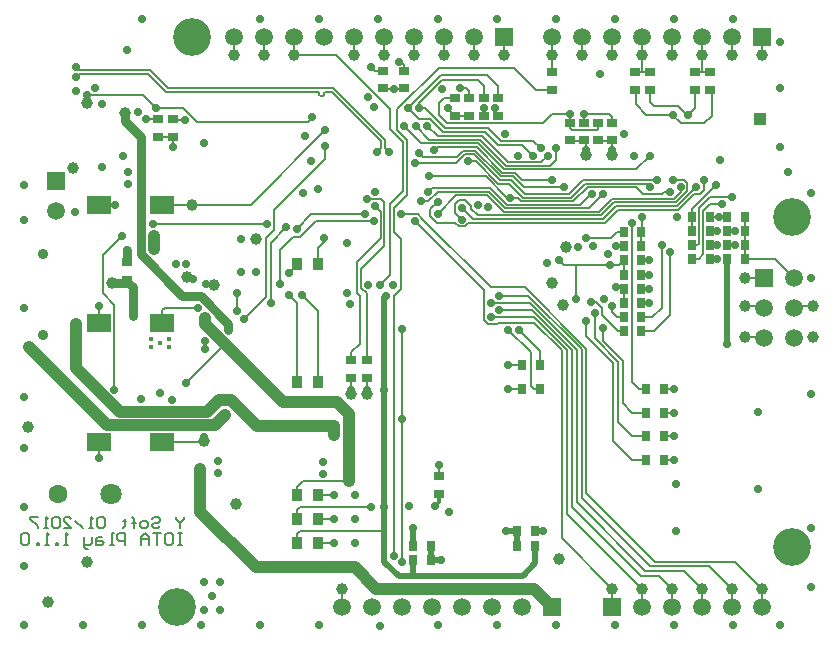
<source format=gbl>
G04 Layer_Physical_Order=4*
G04 Layer_Color=255*
%FSLAX25Y25*%
%MOIN*%
G70*
G01*
G75*
%ADD10C,0.00591*%
%ADD11R,0.02559X0.03347*%
%ADD12R,0.03347X0.02559*%
%ADD36C,0.03937*%
%ADD57C,0.00787*%
%ADD58C,0.01181*%
%ADD59C,0.02953*%
%ADD60C,0.01968*%
%ADD61C,0.03937*%
%ADD62C,0.12598*%
%ADD63C,0.03543*%
%ADD64C,0.07087*%
%ADD65C,0.06299*%
%ADD66C,0.05905*%
%ADD67R,0.05905X0.05905*%
%ADD68R,0.05905X0.05905*%
%ADD69C,0.02756*%
%ADD70C,0.01575*%
%ADD78R,0.03347X0.04331*%
%ADD79R,0.03937X0.03937*%
%ADD80R,0.07874X0.06299*%
D10*
X119685Y190157D02*
X121063Y188779D01*
X123622D01*
X130709D02*
Y190551D01*
X129528Y191732D02*
X130709Y190551D01*
X128740Y191732D02*
X129528D01*
X142074Y189764D02*
X167323D01*
X128248Y168996D02*
Y175938D01*
X142074Y189764D01*
X143255Y185827D02*
X155118D01*
X135433Y176378D02*
Y178005D01*
X143255Y185827D01*
X142913Y187402D02*
X158268D01*
X131889Y176378D02*
X142913Y187402D01*
X155118Y185827D02*
X157087Y183858D01*
X137598Y176378D02*
X144291Y169685D01*
X135433Y176378D02*
X137598D01*
X131889Y176378D02*
X135432Y172835D01*
X244291Y130709D02*
Y135433D01*
X103937Y131693D02*
Y133071D01*
X103937Y131693D02*
X103937Y131693D01*
X103937Y131693D02*
X103937Y131693D01*
X190551Y171457D02*
Y174409D01*
X185827Y169685D02*
Y171457D01*
Y174409D01*
X198819D02*
X200000Y173228D01*
X190551Y174409D02*
X198819D01*
X200000Y172244D02*
Y173228D01*
X195276Y169291D02*
Y172244D01*
X194882Y168898D02*
X195276Y169291D01*
X186614Y168898D02*
X194882D01*
X185827Y169685D02*
X186614Y168898D01*
X200000Y162205D02*
Y165354D01*
X196260D02*
X200000D01*
X195276Y166339D02*
X196260Y165354D01*
X186713Y165453D02*
X191437D01*
X185827Y166339D02*
X186713Y165453D01*
X191339Y162205D02*
Y165354D01*
X191437Y165453D01*
X169980Y152461D02*
X179921D01*
X167717Y154724D02*
X169980Y152461D01*
X163386Y154724D02*
X167717D01*
X130315Y148819D02*
Y164961D01*
X125984Y169291D02*
X130315Y164961D01*
X125984Y169291D02*
Y175984D01*
Y144488D02*
X130315Y148819D01*
X128248Y168996D02*
X131496Y165748D01*
Y147244D02*
Y165748D01*
X127165Y142913D02*
X131496Y147244D01*
X104331Y159449D02*
Y163779D01*
X87303Y142421D02*
X104331Y159449D01*
X87303Y135728D02*
Y142421D01*
X79528Y144095D02*
X104331Y168898D01*
X59842Y144095D02*
X79528D01*
X170472Y150000D02*
X183760D01*
X166929Y153543D02*
X170472Y150000D01*
X162897Y153543D02*
X166929D01*
X170866Y147638D02*
X185433D01*
X166142Y152362D02*
X170866Y147638D01*
X162407Y152362D02*
X166142D01*
X165450Y151181D02*
X170174Y146457D01*
X161918Y151181D02*
X165450D01*
X170174Y146457D02*
X186221D01*
X169685Y145276D02*
X187008D01*
X168504Y146457D02*
X169685Y145276D01*
X165748Y146457D02*
X168504D01*
X94980Y50098D02*
X96850Y51968D01*
X112205D01*
X94980Y47244D02*
Y50098D01*
X96063Y43307D02*
X119685D01*
X94980Y42224D02*
X96063Y43307D01*
X94980Y39370D02*
Y42224D01*
X96063Y35433D02*
X124016D01*
X94980Y34350D02*
X96063Y35433D01*
X94980Y31496D02*
Y34350D01*
X129921Y72835D02*
Y102756D01*
Y25276D02*
Y72835D01*
X118110Y82284D02*
Y86339D01*
X112992Y82284D02*
Y86417D01*
X114961Y125197D02*
X122835Y133071D01*
X112992Y92323D02*
Y94882D01*
X115748Y97638D01*
Y113779D01*
X114961Y114567D02*
X115748Y113779D01*
X114961Y114567D02*
Y125197D01*
X116240Y122539D02*
X124016Y130315D01*
X118110Y92244D02*
Y114567D01*
X116240Y116437D02*
X118110Y114567D01*
X116240Y116437D02*
Y122539D01*
X124016Y130315D02*
Y144882D01*
X122835Y146063D02*
X124016Y144882D01*
X118110Y146063D02*
X122835D01*
Y133071D02*
Y141732D01*
X120866Y143701D02*
X122835Y141732D01*
X101870Y129626D02*
X103937Y131693D01*
X101870Y124409D02*
Y129626D01*
X99675Y140945D02*
X117717D01*
X94882Y136152D02*
X99675Y140945D01*
X209646Y135039D02*
X209842Y135236D01*
Y140157D01*
X209646Y130315D02*
Y135039D01*
X210236Y147638D02*
X216535D01*
X207874Y150000D02*
X210236Y147638D01*
X191732Y150000D02*
X207874D01*
X217323Y148425D02*
X219291D01*
X216535Y147638D02*
X217323Y148425D01*
X211417Y151181D02*
X212598Y150000D01*
X190945Y151181D02*
X211417D01*
X220177Y152461D02*
X223917D01*
X225000Y151378D01*
X190256Y152461D02*
X215059D01*
X226476Y148622D02*
X227854Y150000D01*
X229134Y147638D02*
X230413Y148917D01*
X227165Y147638D02*
X229134D01*
X222047Y142520D02*
X227165Y147638D01*
X222736Y148327D02*
Y150000D01*
X221069Y144882D02*
X225000Y148813D01*
Y151378D01*
X226476Y148619D02*
Y148622D01*
X221558Y143701D02*
X226476Y148619D01*
X186221Y146457D02*
X190945Y151181D01*
X187008Y145276D02*
X191732Y150000D01*
X192126Y142913D02*
X196850Y147638D01*
X192913D02*
X193307D01*
X200000Y146063D02*
X220472D01*
X200489Y144882D02*
X221069D01*
X201181Y143701D02*
X221558D01*
X201969Y142520D02*
X222047D01*
X220472Y146063D02*
X222736Y148327D01*
X102362Y180709D02*
Y181378D01*
Y180709D02*
X102756Y180315D01*
X101969Y181772D02*
X102362Y181378D01*
X102756Y180315D02*
X103543D01*
X103937Y181378D02*
X104331Y181772D01*
X103543Y180315D02*
X103937Y180709D01*
Y181378D01*
X104331Y181772D02*
X106417D01*
X51299D02*
X101969D01*
X96063Y133465D02*
X101181Y138583D01*
X93701Y133465D02*
X96063D01*
X101181Y138583D02*
X120472D01*
X129528Y140945D02*
X135091D01*
X136516Y139520D01*
Y139469D02*
X159449Y116535D01*
X136516Y139469D02*
Y139520D01*
X159449Y116535D02*
X170854D01*
X141483Y138189D02*
X147586D01*
X139370Y140302D02*
X141483Y138189D01*
X139370Y140302D02*
Y142717D01*
X147586Y138189D02*
X148865Y136909D01*
X164961Y146457D02*
X165748D01*
X163779Y141732D02*
X195669D01*
X158268Y147244D02*
X163779Y141732D01*
X164269Y142913D02*
X192126D01*
X164758Y144095D02*
X189370D01*
X159246Y149606D02*
X164758Y144095D01*
X158757Y149606D02*
X159246D01*
X158757Y149606D02*
X158757Y149606D01*
X139764Y149606D02*
X158757D01*
Y148425D02*
X164269Y142913D01*
X158268Y148425D02*
X158757D01*
X158268Y148425D02*
X158268Y148425D01*
X141784Y148425D02*
X158268D01*
X147835Y147244D02*
X158268D01*
X157874Y153543D02*
X164961Y146457D01*
X154438Y158661D02*
X161918Y151181D01*
X153844Y160925D02*
X162407Y152362D01*
X154334Y162106D02*
X162897Y153543D01*
X154823Y163287D02*
X163386Y154724D01*
X155214Y164567D02*
X163875Y155905D01*
X207874D01*
X155905Y165748D02*
X164567Y157087D01*
X179134D01*
X138976Y153543D02*
X157874D01*
X151969Y158661D02*
X154438D01*
X151031Y160925D02*
X153844D01*
X150295Y162106D02*
X154334D01*
X141634Y163287D02*
X154823D01*
X136221Y164567D02*
X155214D01*
X138976Y165748D02*
X155905D01*
X165354Y158268D02*
X176378D01*
X156693Y166929D02*
X165354Y158268D01*
X141732Y166929D02*
X156693D01*
X53445Y163484D02*
X53543Y163386D01*
X53445Y163484D02*
Y166634D01*
X89370Y129134D02*
X93701Y133465D01*
X89370Y117717D02*
Y129134D01*
X86221Y111417D02*
Y131496D01*
X84646Y113386D02*
Y133071D01*
X77165Y105905D02*
X84646Y113386D01*
X86221Y131496D02*
X91338Y136614D01*
X84646Y133071D02*
X87303Y135728D01*
X92126Y121260D02*
X94980Y124114D01*
Y124409D01*
X101969Y86122D02*
Y108661D01*
X96457Y114173D02*
X101969Y108661D01*
Y86122D02*
X103051Y85039D01*
X140551Y162204D02*
X141634Y163287D01*
X136910Y159941D02*
X148130D01*
X135433Y161417D02*
X136910Y159941D01*
X148130D02*
X150295Y162106D01*
X134252Y157874D02*
X148031D01*
X149705Y159547D01*
X134449Y170276D02*
X138976Y165748D01*
X138386Y170276D02*
X141732Y166929D01*
X143701Y168504D02*
X157480D01*
X139370Y172835D02*
X143701Y168504D01*
X144291Y169685D02*
X158661D01*
X130512Y170276D02*
X136221Y164567D01*
X51837Y183071D02*
X106956D01*
X111929Y178097D01*
X21298Y190120D02*
X22382Y189035D01*
X45873D01*
X21298Y190120D02*
X21298D01*
X45873Y189035D02*
X51837Y183071D01*
X22382Y187736D02*
X45335D01*
X51299Y181772D01*
X21260Y186614D02*
X22382Y187736D01*
X111929Y178097D02*
X124272Y165755D01*
Y163130D02*
Y165755D01*
X106417Y181772D02*
X122972Y165217D01*
Y163130D02*
Y165217D01*
X124272Y163130D02*
X125591Y161811D01*
X121653D02*
X122972Y163130D01*
X147539Y141437D02*
X149803Y139173D01*
X173721Y165354D02*
X176083Y162992D01*
X169882Y164173D02*
X173524Y160531D01*
X230413Y148917D02*
Y152461D01*
X207874Y155905D02*
X212500Y160531D01*
X157480Y168504D02*
X161811Y164173D01*
X169882D01*
X162992Y165354D02*
X173721D01*
X181201Y159153D02*
Y162992D01*
X179134Y157087D02*
X181201Y159153D01*
X176378Y158268D02*
X178642Y160531D01*
X152020Y138189D02*
X197638D01*
X150741Y136909D02*
X152020Y138189D01*
X148865Y136909D02*
X150741D01*
X197638Y138189D02*
X201969Y142520D01*
X196850Y139370D02*
X201181Y143701D01*
X153543Y139370D02*
X196850D01*
X149803Y143110D02*
X153543Y139370D01*
X196159Y140551D02*
X200489Y144882D01*
X155118Y140551D02*
X196159D01*
X152854Y142815D02*
X155118Y140551D01*
X195669Y141732D02*
X200000Y146063D01*
X189370Y144095D02*
X192913Y147638D01*
X185433D02*
X190256Y152461D01*
X260551Y109803D02*
X260984Y110236D01*
X266929D01*
X250354Y100000D02*
X250551Y99803D01*
X244094Y100000D02*
X250354D01*
X250118Y110236D02*
X250551Y109803D01*
X244094Y110236D02*
X250118D01*
X250433Y119685D02*
X250551Y119803D01*
X244094Y119685D02*
X250433D01*
X129921Y25276D02*
X130000Y25197D01*
X187795Y112599D02*
X187795Y112599D01*
X127118Y113732D02*
X129528Y116142D01*
X127118Y27118D02*
Y113732D01*
X158661Y169685D02*
X162992Y165354D01*
X48031Y176378D02*
X56744D01*
X61469Y171653D01*
X98425D01*
X53544Y172441D02*
X57480D01*
X53445Y172539D02*
X53544Y172441D01*
X98425Y171653D02*
X100000Y173228D01*
X74803Y108661D02*
Y114567D01*
X129921Y102756D02*
X130000Y102677D01*
X192913Y111811D02*
X194488D01*
X196457Y109843D01*
X200000Y108268D02*
Y110236D01*
X196457Y107480D02*
Y109843D01*
Y107480D02*
X201969Y101969D01*
X187795Y124016D02*
X199213D01*
X183858D02*
X187795D01*
Y112599D02*
Y124016D01*
X182283Y125591D02*
X183858Y124016D01*
X62205Y64961D02*
X63779Y66535D01*
X254370Y125984D02*
X260551Y119803D01*
X244291Y125984D02*
X254370D01*
X244291Y135433D02*
Y140157D01*
Y125984D02*
Y130709D01*
X201181Y130315D02*
X203740D01*
X201181Y130315D02*
X201181Y130315D01*
X216535Y109843D02*
Y130709D01*
X213386Y106693D02*
X216535Y109843D01*
X157087Y105854D02*
Y115748D01*
X134252Y138583D02*
X157087Y115748D01*
X209646Y101969D02*
X213779D01*
X209646Y106693D02*
X213386D01*
X191338Y133071D02*
X199606D01*
X201575Y135039D01*
X203740D01*
X122441Y117323D02*
X125984Y120866D01*
Y144488D01*
X129528Y116142D02*
Y132677D01*
X127165Y135039D02*
X129528Y132677D01*
X127165Y135039D02*
Y142913D01*
X107968Y194000D02*
X125984Y175984D01*
X94000Y194000D02*
X107968D01*
X135432Y172835D02*
X139370D01*
X50000Y144095D02*
X59842D01*
X50787Y109843D02*
X61811D01*
X50000Y109055D02*
X50787Y109843D01*
X136221Y145276D02*
X138635D01*
X170854Y116535D02*
X191339Y96051D01*
X157087Y105854D02*
X158609Y104331D01*
X161417D01*
X161811Y104724D01*
X174016D01*
Y106693D02*
X185039Y95669D01*
X159449Y106693D02*
X174016D01*
X159449Y111417D02*
X172632D01*
X188189Y95860D01*
X173324Y109055D02*
X186614Y95765D01*
X162205Y109055D02*
X173324D01*
X162205Y113779D02*
X171940D01*
X189764Y95956D01*
X167323Y189764D02*
X174606Y182480D01*
X179921D01*
X202165Y124016D02*
X203740Y125591D01*
X199213Y124016D02*
X202165D01*
X203740Y120866D02*
Y125591D01*
X208957Y82677D02*
X211221D01*
X206693Y84941D02*
Y138189D01*
Y84941D02*
X208957Y82677D01*
X172835Y83858D02*
Y94882D01*
X165354Y102362D02*
X172835Y94882D01*
X174016Y104724D02*
X183071Y95669D01*
X172835Y83858D02*
X174016Y82677D01*
X175787D01*
X168898Y102362D02*
X175787Y95473D01*
Y90551D02*
Y95473D01*
X203543Y77953D02*
Y92126D01*
X196850Y98819D02*
X203543Y92126D01*
X196850Y98819D02*
Y103150D01*
X201969Y71653D02*
Y91732D01*
X194095Y99606D02*
X201969Y91732D01*
X194095Y99606D02*
Y107874D01*
X200394Y65354D02*
Y91339D01*
X191339Y100394D02*
Y105512D01*
Y100394D02*
X200394Y91339D01*
X201969Y101969D02*
X203740D01*
Y111417D02*
Y116142D01*
X200000Y108268D02*
X201575Y106693D01*
X203740D01*
X217126Y82677D02*
X217126Y82677D01*
X220473D01*
X217126Y74803D02*
X217126Y74803D01*
X220473D01*
X217126Y66929D02*
X220473D01*
X217126Y59055D02*
X217126Y59055D01*
X220473D01*
X220472Y59055D02*
X220473Y59055D01*
X220472Y66929D02*
X220473Y66929D01*
X220472Y74803D02*
X220473Y74803D01*
X165354Y82677D02*
X169882D01*
X165354Y82677D02*
X165354Y82677D01*
X165354Y90551D02*
X165354Y90551D01*
X169882D01*
X24803Y180709D02*
X43701D01*
X48031Y176378D01*
X44685Y172638D02*
X48425D01*
X53347Y166732D02*
X53445Y166634D01*
X48425Y166732D02*
X53347D01*
X50000Y104724D02*
Y109055D01*
Y64961D02*
X62205D01*
X152854Y142815D02*
Y143799D01*
X200394Y65354D02*
X206693Y59055D01*
X211221D01*
X201969Y71653D02*
X206693Y66929D01*
X211221D01*
X203543Y77953D02*
X206693Y74803D01*
X211221D01*
X191339Y48031D02*
Y96051D01*
Y48031D02*
X214173Y25197D01*
X240803D01*
X250000Y16000D01*
X189764Y46457D02*
Y95956D01*
Y46457D02*
X212598Y23622D01*
X232378D01*
X240000Y16000D01*
X188189Y44882D02*
Y95860D01*
Y44882D02*
X211024Y22047D01*
X223953D01*
X230000Y16000D01*
X186614Y43307D02*
Y95765D01*
Y43307D02*
X209449Y20472D01*
X215528D01*
X220000Y16000D01*
X185039Y40961D02*
Y95669D01*
Y40961D02*
X210000Y16000D01*
X183071Y32929D02*
Y95669D01*
Y32929D02*
X200000Y16000D01*
X94000Y194000D02*
Y200000D01*
X250000Y10000D02*
Y16000D01*
X240000Y10000D02*
Y16000D01*
X230000Y10000D02*
Y16000D01*
X220000Y10000D02*
Y16000D01*
X210000Y10000D02*
Y16000D01*
X200000Y10000D02*
Y16000D01*
X110000Y10000D02*
Y16000D01*
X147539Y141437D02*
Y144390D01*
X139370Y142717D02*
X141732Y145079D01*
X149705Y159547D02*
Y159599D01*
X151031Y160925D01*
X147638Y173819D02*
X152362D01*
X145276Y176181D02*
X147638Y173819D01*
X145276Y176181D02*
Y176378D01*
X152362Y179724D02*
Y181890D01*
X151181Y183071D02*
X152362Y181890D01*
X149213Y183071D02*
X151181D01*
X157087Y179724D02*
Y183858D01*
X161811Y179724D02*
Y183858D01*
X158268Y187402D02*
X161811Y183858D01*
X34055Y82480D02*
Y110827D01*
X147539Y144390D02*
X148819Y145669D01*
X150984D01*
X152854Y143799D01*
X138583Y148425D02*
X139764Y149606D01*
X138635Y145276D02*
X141784Y148425D01*
X141732Y141142D02*
X147835Y147244D01*
X30217Y114665D02*
X34055Y110827D01*
X46850Y137795D02*
X85039D01*
X30217Y114665D02*
Y127461D01*
X36614Y133858D01*
X226575Y135433D02*
Y140157D01*
Y142717D01*
X234646Y150787D01*
X226575Y130709D02*
X228346D01*
X228740Y131102D01*
X226575Y125984D02*
X228740D01*
X230315Y127559D01*
Y142198D01*
X232606Y144488D01*
X236614D01*
X228740Y131102D02*
Y142913D01*
X232677Y146850D01*
X239764D01*
X213779Y101969D02*
X219291Y107480D01*
Y128347D01*
X57087Y40156D02*
Y39500D01*
X55775Y38188D01*
X54463Y39500D01*
Y40156D01*
X55775Y38188D02*
Y36220D01*
X46591Y39500D02*
X47247Y40156D01*
X48559D01*
X49215Y39500D01*
Y38844D01*
X48559Y38188D01*
X47247D01*
X46591Y37532D01*
Y36876D01*
X47247Y36220D01*
X48559D01*
X49215Y36876D01*
X44623Y36220D02*
X43312D01*
X42656Y36876D01*
Y38188D01*
X43312Y38844D01*
X44623D01*
X45279Y38188D01*
Y36876D01*
X44623Y36220D01*
X40688D02*
Y39500D01*
Y38188D01*
X41344D01*
X40032D01*
X40688D01*
Y39500D01*
X40032Y40156D01*
X37408Y39500D02*
Y38844D01*
X38064D01*
X36752D01*
X37408D01*
Y36876D01*
X36752Y36220D01*
X30848Y39500D02*
X30192Y40156D01*
X28881D01*
X28225Y39500D01*
Y36876D01*
X28881Y36220D01*
X30192D01*
X30848Y36876D01*
Y39500D01*
X26913Y36220D02*
X25601D01*
X26257D01*
Y40156D01*
X26913Y39500D01*
X23633Y36220D02*
X21009Y38844D01*
X17073Y36220D02*
X19697D01*
X17073Y38844D01*
Y39500D01*
X17729Y40156D01*
X19041D01*
X19697Y39500D01*
X15761D02*
X15105Y40156D01*
X13793D01*
X13137Y39500D01*
Y36876D01*
X13793Y36220D01*
X15105D01*
X15761Y36876D01*
Y39500D01*
X11826Y36220D02*
X10514D01*
X11170D01*
Y40156D01*
X11826Y39500D01*
X8546Y40156D02*
X5922D01*
Y39500D01*
X8546Y36876D01*
Y36220D01*
X56693Y34644D02*
X55381D01*
X56037D01*
Y30709D01*
X56693D01*
X55381D01*
X51445Y34644D02*
X52757D01*
X53413Y33988D01*
Y31365D01*
X52757Y30709D01*
X51445D01*
X50789Y31365D01*
Y33988D01*
X51445Y34644D01*
X49477D02*
X46854D01*
X48166D01*
Y30709D01*
X45542D02*
Y33332D01*
X44230Y34644D01*
X42918Y33332D01*
Y30709D01*
Y32677D01*
X45542D01*
X37670Y30709D02*
Y34644D01*
X35702D01*
X35046Y33988D01*
Y32677D01*
X35702Y32021D01*
X37670D01*
X33734Y30709D02*
X32423D01*
X33079D01*
Y34644D01*
X33734D01*
X29799Y33332D02*
X28487D01*
X27831Y32677D01*
Y30709D01*
X29799D01*
X30455Y31365D01*
X29799Y32021D01*
X27831D01*
X26519Y33332D02*
Y31365D01*
X25863Y30709D01*
X23895D01*
Y30053D01*
X24551Y29397D01*
X25207D01*
X23895Y30709D02*
Y33332D01*
X18647Y30709D02*
X17335D01*
X17991D01*
Y34644D01*
X18647Y33988D01*
X15368Y30709D02*
Y31365D01*
X14712D01*
Y30709D01*
X15368D01*
X12088D02*
X10776D01*
X11432D01*
Y34644D01*
X12088Y33988D01*
X8808Y30709D02*
Y31365D01*
X8152D01*
Y30709D01*
X8808D01*
X5528Y33988D02*
X4872Y34644D01*
X3560D01*
X2905Y33988D01*
Y31365D01*
X3560Y30709D01*
X4872D01*
X5528Y31365D01*
Y33988D01*
D11*
X244291Y130709D02*
D03*
X238386D02*
D03*
Y140157D02*
D03*
X244291D02*
D03*
X209646Y135039D02*
D03*
X203740D02*
D03*
X232480Y130709D02*
D03*
X226575D02*
D03*
X238386Y135433D02*
D03*
X244291D02*
D03*
X209646Y130315D02*
D03*
X203740D02*
D03*
X232480Y125984D02*
D03*
X226575D02*
D03*
X238386Y125984D02*
D03*
X244291D02*
D03*
X209646Y125591D02*
D03*
X203740D02*
D03*
X232480Y140157D02*
D03*
X226575D02*
D03*
X209646Y120866D02*
D03*
X203740D02*
D03*
X232480Y135433D02*
D03*
X226575D02*
D03*
X209646Y116142D02*
D03*
X203740D02*
D03*
X209646Y111417D02*
D03*
X203740D02*
D03*
X209646Y106693D02*
D03*
X203740D02*
D03*
X209646Y101969D02*
D03*
X203740D02*
D03*
X175787Y90551D02*
D03*
X169882D02*
D03*
X211221Y82677D02*
D03*
X217126D02*
D03*
X169882D02*
D03*
X175787D02*
D03*
X211221Y74803D02*
D03*
X217126D02*
D03*
X211221Y66929D02*
D03*
X217126D02*
D03*
X211221Y59055D02*
D03*
X217126D02*
D03*
X174213Y35433D02*
D03*
X168307D02*
D03*
X133661Y30315D02*
D03*
X139567D02*
D03*
X174213D02*
D03*
X168307D02*
D03*
X133661Y25591D02*
D03*
X139567D02*
D03*
D12*
X123622Y182874D02*
D03*
Y188779D02*
D03*
X130709Y182874D02*
D03*
Y188779D02*
D03*
X142126Y47835D02*
D03*
Y53740D02*
D03*
X207480Y182480D02*
D03*
Y188386D02*
D03*
X212598Y182480D02*
D03*
Y188386D02*
D03*
X227559Y182480D02*
D03*
Y188386D02*
D03*
X232677Y182480D02*
D03*
Y188386D02*
D03*
X179921Y188386D02*
D03*
Y182480D02*
D03*
X161811Y179724D02*
D03*
Y173819D02*
D03*
X157087Y179724D02*
D03*
Y173819D02*
D03*
X152362Y179724D02*
D03*
Y173819D02*
D03*
X147638Y179724D02*
D03*
Y173819D02*
D03*
X48425Y172638D02*
D03*
Y166732D02*
D03*
X53445Y172539D02*
D03*
Y166634D02*
D03*
X200000Y171457D02*
D03*
Y165551D02*
D03*
X195276Y171457D02*
D03*
Y165551D02*
D03*
X190551Y171457D02*
D03*
Y165551D02*
D03*
X185827Y171457D02*
D03*
Y165551D02*
D03*
X112992Y92323D02*
D03*
Y86417D02*
D03*
X118110Y92244D02*
D03*
Y86339D02*
D03*
X38189Y125000D02*
D03*
Y119095D02*
D03*
D36*
X107087Y67323D02*
D03*
X11811Y11811D02*
D03*
X250000Y194000D02*
D03*
X240000D02*
D03*
X230000D02*
D03*
X220000D02*
D03*
X210000D02*
D03*
X200000D02*
D03*
X190000D02*
D03*
X180000D02*
D03*
X164000D02*
D03*
X154000D02*
D03*
X144000D02*
D03*
X134000D02*
D03*
X124000D02*
D03*
X114000D02*
D03*
X94000D02*
D03*
X84000D02*
D03*
X74000D02*
D03*
X24803Y177953D02*
D03*
X37402Y174803D02*
D03*
X59842Y144095D02*
D03*
X112992Y81102D02*
D03*
X118110D02*
D03*
X20079Y156299D02*
D03*
X81102Y132677D02*
D03*
X184646Y129921D02*
D03*
X47244Y129528D02*
D03*
X58268Y120079D02*
D03*
X244094Y119685D02*
D03*
X179921Y118110D02*
D03*
X33071D02*
D03*
X67323Y117323D02*
D03*
X183465Y110630D02*
D03*
X266929Y110236D02*
D03*
X244094D02*
D03*
X64173Y106299D02*
D03*
X266929Y100000D02*
D03*
X244094D02*
D03*
X191339Y160630D02*
D03*
X200000D02*
D03*
X70866Y74016D02*
D03*
X5118Y70079D02*
D03*
X63779Y65354D02*
D03*
X74410Y44488D02*
D03*
X24803Y25197D02*
D03*
X182283Y25984D02*
D03*
X250000Y16000D02*
D03*
X240000D02*
D03*
X230000D02*
D03*
X220000D02*
D03*
X210000D02*
D03*
X200000D02*
D03*
X110000D02*
D03*
D57*
X130512Y182677D02*
X130709Y182874D01*
X127165Y182677D02*
X130512D01*
X123622Y182874D02*
X123819Y182677D01*
X127165D01*
X143898Y179724D02*
X147638D01*
X142126Y177953D02*
X143898Y179724D01*
X142126Y174016D02*
Y177953D01*
Y53740D02*
Y57480D01*
X94882Y86122D02*
Y111417D01*
X92126Y114173D02*
X94882Y111417D01*
X93799Y85039D02*
X94882Y86122D01*
X144882Y171260D02*
X176772D01*
X142126Y174016D02*
X144882Y171260D01*
X230000Y188386D02*
X232598D01*
X227874D02*
X230000D01*
Y194000D01*
X222835Y171260D02*
X230709D01*
X219980Y174114D02*
X222835Y171260D01*
X211319Y174114D02*
X219980D01*
X221850Y177165D02*
X224902Y174114D01*
X213779Y177165D02*
X221850D01*
X224902Y174114D02*
X225049Y174262D01*
X227559Y176279D02*
Y182874D01*
X225295Y174016D02*
X227559Y176279D01*
X57874Y84645D02*
X70894Y97666D01*
X179921Y174409D02*
X185827D01*
X176772Y171260D02*
X179921Y174409D01*
X103051Y31496D02*
X107087D01*
X103051Y39370D02*
X107087D01*
X103051Y47244D02*
X107087D01*
X179921Y193921D02*
X180000Y194000D01*
X179921Y188386D02*
Y193921D01*
X28740Y59842D02*
Y64961D01*
Y104724D02*
Y110236D01*
Y144095D02*
X34252D01*
X232283Y182874D02*
X233071Y182087D01*
Y173622D02*
Y182087D01*
X230709Y171260D02*
X233071Y173622D01*
X207874Y177559D02*
X211319Y174114D01*
X207874Y177559D02*
Y182480D01*
X212598Y178347D02*
X213779Y177165D01*
X212598Y178347D02*
Y182480D01*
X210000Y188386D02*
Y194000D01*
X207874Y188386D02*
X210000D01*
X212598D01*
X250000Y194000D02*
Y200000D01*
X240000Y194000D02*
Y200000D01*
X230000Y194000D02*
Y200000D01*
X220000Y194000D02*
Y200000D01*
X210000Y194000D02*
Y200000D01*
X200000Y194000D02*
Y200000D01*
X190000Y194000D02*
Y200000D01*
X180000Y194000D02*
Y200000D01*
X164000Y194000D02*
Y200000D01*
X154000Y194000D02*
Y200000D01*
X144000Y194000D02*
Y200000D01*
X134000Y194000D02*
Y200000D01*
X124000Y194000D02*
Y200000D01*
X114000Y194000D02*
Y200000D01*
X84000Y194000D02*
Y200000D01*
X74000Y194000D02*
Y200000D01*
X232480Y140157D02*
X232480Y140157D01*
X235433D01*
X238386D01*
D58*
X140945Y43701D02*
X142126Y44882D01*
Y47835D01*
D59*
X62746Y113779D02*
X72047Y104478D01*
Y102362D02*
Y104478D01*
X37402Y172097D02*
Y174803D01*
X34252Y118110D02*
X38583D01*
X40157Y116535D01*
Y107087D02*
Y116535D01*
X56693Y113779D02*
X62746D01*
X37402Y172097D02*
X42913Y166585D01*
Y127559D02*
Y166585D01*
Y127559D02*
X56693Y113779D01*
X38189Y125984D02*
Y129134D01*
D60*
X124016Y43307D02*
Y82284D01*
Y35433D02*
Y43307D01*
Y82284D02*
Y113386D01*
Y25197D02*
Y35433D01*
X174213D02*
X176772D01*
X174213Y24606D02*
Y30315D01*
X170079Y20472D02*
X174213Y24606D01*
X133465Y20472D02*
X170079D01*
X168307Y30315D02*
Y35433D01*
X164567Y35433D02*
X164567Y35433D01*
X168307D01*
X133661Y30315D02*
Y36417D01*
X139567Y25591D02*
X142913D01*
X139567D02*
Y30315D01*
X124016Y113386D02*
X124409Y113779D01*
X124016Y25197D02*
X128740Y20472D01*
X133465D01*
X133661Y20669D01*
Y25591D01*
X238386Y97638D02*
Y125984D01*
D61*
X112205Y51968D02*
Y74410D01*
X108268Y78347D02*
X112205Y74410D01*
X90214Y78347D02*
X108268D01*
X64173Y104387D02*
X90214Y78347D01*
X64173Y104387D02*
Y106299D01*
X81496Y70473D02*
X107087D01*
X72835Y79134D02*
X81496Y70473D01*
X68898Y79134D02*
X72835D01*
X173858Y16142D02*
X180000Y10000D01*
X121260Y16142D02*
X173858D01*
X114173Y23228D02*
X121260Y16142D01*
X62598Y41732D02*
Y55905D01*
Y41732D02*
X81102Y23228D01*
X114173D01*
X107087Y67323D02*
Y70473D01*
X47244Y129528D02*
Y133858D01*
X21260Y89708D02*
Y104331D01*
Y89708D02*
X35771Y75197D01*
X67520Y70669D02*
X70866Y74016D01*
X35771Y75197D02*
X64961D01*
X68898Y79134D01*
X5512Y96850D02*
X31693Y70669D01*
X67520D01*
D62*
X60000Y200000D02*
D03*
X55000Y10000D02*
D03*
X260000Y140000D02*
D03*
Y30000D02*
D03*
D63*
X10236Y100787D02*
D03*
Y127559D02*
D03*
D64*
X32874Y47638D02*
D03*
D65*
X15157D02*
D03*
D66*
X14567Y141969D02*
D03*
X250000Y10000D02*
D03*
X210000D02*
D03*
X220000D02*
D03*
X230000D02*
D03*
X240000D02*
D03*
X260551Y99803D02*
D03*
X250551D02*
D03*
X260551Y109803D02*
D03*
X250551D02*
D03*
X260551Y119803D02*
D03*
X74000Y200000D02*
D03*
X84000D02*
D03*
X154000D02*
D03*
X144000D02*
D03*
X134000D02*
D03*
X124000D02*
D03*
X114000D02*
D03*
X104000D02*
D03*
X94000D02*
D03*
X240000D02*
D03*
X230000D02*
D03*
X220000D02*
D03*
X210000D02*
D03*
X200000D02*
D03*
X190000D02*
D03*
X180000D02*
D03*
X170000Y10000D02*
D03*
X160000D02*
D03*
X150000D02*
D03*
X140000D02*
D03*
X130000D02*
D03*
X120000D02*
D03*
X110000D02*
D03*
D67*
X14567Y151969D02*
D03*
X250551Y119803D02*
D03*
D68*
X200000Y10000D02*
D03*
X164000Y200000D02*
D03*
X250000D02*
D03*
X180000Y10000D02*
D03*
D69*
X248524Y49213D02*
D03*
X248425Y75197D02*
D03*
X118504Y179921D02*
D03*
X119685Y190157D02*
D03*
X128740Y191732D02*
D03*
X127165Y182677D02*
D03*
X143307D02*
D03*
X135433Y176378D02*
D03*
X131889Y176378D02*
D03*
X240945Y135433D02*
D03*
X235039Y125984D02*
D03*
Y130709D02*
D03*
X240945D02*
D03*
X103937Y133071D02*
D03*
X191339Y162205D02*
D03*
X200000D02*
D03*
X179921Y152461D02*
D03*
X112205Y51968D02*
D03*
X142126Y57480D02*
D03*
X132283Y43701D02*
D03*
X124016Y43307D02*
D03*
X129921Y72835D02*
D03*
X124016Y82284D02*
D03*
X112992Y82284D02*
D03*
X118110D02*
D03*
X112598Y111024D02*
D03*
X120866Y148425D02*
D03*
X96850Y148031D02*
D03*
X101969Y149213D02*
D03*
X99606Y158661D02*
D03*
X97638Y166929D02*
D03*
X209842Y140157D02*
D03*
X219291Y148425D02*
D03*
X212598Y150000D02*
D03*
X220177Y152461D02*
D03*
X215059D02*
D03*
X227854Y150000D02*
D03*
X222736D02*
D03*
X196850Y147638D02*
D03*
X193307D02*
D03*
X122441Y3543D02*
D03*
X94882Y136152D02*
D03*
X120472Y138583D02*
D03*
X165748Y146457D02*
D03*
X158661Y143307D02*
D03*
X196063Y187795D02*
D03*
X38583Y155118D02*
D03*
X53543Y163386D02*
D03*
X37008Y160236D02*
D03*
X89370Y117717D02*
D03*
X86221Y111417D02*
D03*
X96457Y114173D02*
D03*
X92126D02*
D03*
X140551Y162204D02*
D03*
X135433Y161417D02*
D03*
X134252Y157874D02*
D03*
X21298Y190120D02*
D03*
X21260Y186614D02*
D03*
X125591Y161811D02*
D03*
X121653D02*
D03*
X149803Y139173D02*
D03*
X212500Y160531D02*
D03*
X230413Y152461D02*
D03*
X168405Y160531D02*
D03*
X207382Y160531D02*
D03*
X220177Y174016D02*
D03*
X225295D02*
D03*
X203937Y167717D02*
D03*
X181201Y162992D02*
D03*
X164173Y167717D02*
D03*
X64567Y117717D02*
D03*
X3937Y150787D02*
D03*
Y138976D02*
D03*
Y109843D02*
D03*
Y79921D02*
D03*
Y62992D02*
D03*
Y43307D02*
D03*
Y23622D02*
D03*
X240158Y205906D02*
D03*
X220472D02*
D03*
X200787D02*
D03*
X181102D02*
D03*
X161417D02*
D03*
X141732D02*
D03*
X122047D02*
D03*
X102362D02*
D03*
X82677D02*
D03*
X43307D02*
D03*
X255906Y198425D02*
D03*
Y183071D02*
D03*
Y163386D02*
D03*
X266142Y148031D02*
D03*
Y119685D02*
D03*
Y81102D02*
D03*
Y36220D02*
D03*
Y16535D02*
D03*
X255906Y3937D02*
D03*
X240158D02*
D03*
X220472D02*
D03*
X200787D02*
D03*
X181102D02*
D03*
X161417D02*
D03*
X141732D02*
D03*
X102362D02*
D03*
X82677D02*
D03*
X62992D02*
D03*
X43307D02*
D03*
X23622D02*
D03*
X3937D02*
D03*
X164567Y35433D02*
D03*
X24803Y25197D02*
D03*
X266929Y100000D02*
D03*
X182283Y25984D02*
D03*
X176772Y35433D02*
D03*
X145669Y41732D02*
D03*
X140945Y43701D02*
D03*
X133661Y36417D02*
D03*
X142913Y25591D02*
D03*
X127118Y27118D02*
D03*
X130000Y25197D02*
D03*
X221260Y35433D02*
D03*
Y51181D02*
D03*
X179921Y118110D02*
D03*
X182283Y125591D02*
D03*
X187795Y112599D02*
D03*
X183465Y110630D02*
D03*
X124409Y113779D02*
D03*
X72047Y102362D02*
D03*
X155118Y144095D02*
D03*
X20866Y141732D02*
D03*
X57480Y172441D02*
D03*
X29921Y156693D02*
D03*
X238386Y97638D02*
D03*
X77165Y105905D02*
D03*
X74803Y108661D02*
D03*
X129921Y102756D02*
D03*
X62598Y55905D02*
D03*
X38583Y151181D02*
D03*
X20079Y156299D02*
D03*
X235827Y159055D02*
D03*
X197244Y112598D02*
D03*
X192913Y111811D02*
D03*
X200000Y110236D02*
D03*
X178347Y124803D02*
D03*
X119685Y43307D02*
D03*
X63779Y66535D02*
D03*
X107087Y70472D02*
D03*
Y67323D02*
D03*
X5118Y70079D02*
D03*
X74410Y44488D02*
D03*
X103543Y58268D02*
D03*
Y54331D02*
D03*
X68504Y58661D02*
D03*
Y54724D02*
D03*
X63779Y9055D02*
D03*
X69291D02*
D03*
X66535Y13780D02*
D03*
X63779Y18504D02*
D03*
X69291D02*
D03*
X212205Y125591D02*
D03*
X91338Y136614D02*
D03*
X120472Y176772D02*
D03*
X201181Y130315D02*
D03*
X212204Y111417D02*
D03*
X212205Y116142D02*
D03*
X201181Y116535D02*
D03*
X212205Y120866D02*
D03*
X191338Y133071D02*
D03*
X120866Y143701D02*
D03*
X118110Y146063D02*
D03*
X100000Y173228D02*
D03*
X85039Y137795D02*
D03*
X122441Y117323D02*
D03*
X165354Y90551D02*
D03*
X193701Y130315D02*
D03*
X114173Y47244D02*
D03*
Y39370D02*
D03*
Y31496D02*
D03*
X107087D02*
D03*
Y39370D02*
D03*
Y47244D02*
D03*
X138976Y153543D02*
D03*
X92126Y121260D02*
D03*
X61811Y109843D02*
D03*
X117717Y140945D02*
D03*
X129528D02*
D03*
X136221Y145276D02*
D03*
X138583Y148425D02*
D03*
X134252Y138583D02*
D03*
X159449Y111417D02*
D03*
Y106693D02*
D03*
X162205Y109055D02*
D03*
Y113779D02*
D03*
X184646Y129921D02*
D03*
X188583D02*
D03*
X198425Y127559D02*
D03*
X199213Y124016D02*
D03*
X206693Y138189D02*
D03*
X165354Y102362D02*
D03*
X168898D02*
D03*
X196850Y103150D02*
D03*
X194095Y107874D02*
D03*
X191339Y105512D02*
D03*
X220473Y82677D02*
D03*
Y59055D02*
D03*
Y66929D02*
D03*
Y74803D02*
D03*
X165354Y82677D02*
D03*
X47244Y133858D02*
D03*
X37402Y174803D02*
D03*
X41732Y175197D02*
D03*
X48031Y176378D02*
D03*
X44685Y172638D02*
D03*
X29921Y177559D02*
D03*
X24803Y180709D02*
D03*
X38189Y195669D02*
D03*
X28740Y59842D02*
D03*
Y110236D02*
D03*
X34252Y144095D02*
D03*
X104331Y163779D02*
D03*
Y168898D02*
D03*
X40157Y107087D02*
D03*
X76378Y121653D02*
D03*
X81102D02*
D03*
X76378Y132677D02*
D03*
X81102D02*
D03*
X60236Y119291D02*
D03*
X54724Y124409D02*
D03*
X57874D02*
D03*
X57874Y84645D02*
D03*
X53150Y79134D02*
D03*
X42913Y79528D02*
D03*
X49213Y81496D02*
D03*
X64173Y96063D02*
D03*
Y98819D02*
D03*
Y106299D02*
D03*
X21260Y181890D02*
D03*
X27500Y183012D02*
D03*
X126772Y117520D02*
D03*
X111417Y114567D02*
D03*
X118504Y117520D02*
D03*
X111417Y131496D02*
D03*
X130512Y170276D02*
D03*
X134449D02*
D03*
X138386D02*
D03*
X178642Y160531D02*
D03*
X176083Y162992D02*
D03*
X183760Y150000D02*
D03*
X149803Y143110D02*
D03*
X141732Y145079D02*
D03*
Y141142D02*
D03*
X151969Y158661D02*
D03*
X173524Y160531D02*
D03*
X157087Y176378D02*
D03*
X161024D02*
D03*
X145276D02*
D03*
X149213Y183071D02*
D03*
X185827Y174409D02*
D03*
X190551D02*
D03*
X74803Y114567D02*
D03*
X34055Y82480D02*
D03*
X70866Y74016D02*
D03*
X5512Y96850D02*
D03*
X21260Y104331D02*
D03*
X46850Y137795D02*
D03*
X38189Y129134D02*
D03*
X36614Y133858D02*
D03*
X258661Y155118D02*
D03*
X235039Y135433D02*
D03*
X234646Y150787D02*
D03*
X236614Y144488D02*
D03*
X239764Y146850D02*
D03*
X216535Y130709D02*
D03*
X219291Y128347D02*
D03*
X235433Y140157D02*
D03*
X221654D02*
D03*
X63779Y164567D02*
D03*
D70*
X49213Y98032D02*
D03*
X52165Y99410D02*
D03*
X46260D02*
D03*
Y96653D02*
D03*
X52165D02*
D03*
D78*
X101870Y124409D02*
D03*
X94980D02*
D03*
X101870Y31496D02*
D03*
X94980D02*
D03*
X101870Y39370D02*
D03*
X94980D02*
D03*
X101870Y47244D02*
D03*
X94980D02*
D03*
X101870Y85039D02*
D03*
X94980D02*
D03*
D79*
X249213Y172835D02*
D03*
D80*
X50000Y144095D02*
D03*
X28740D02*
D03*
X50000Y64961D02*
D03*
X28740D02*
D03*
X50000Y104724D02*
D03*
X28740D02*
D03*
M02*

</source>
